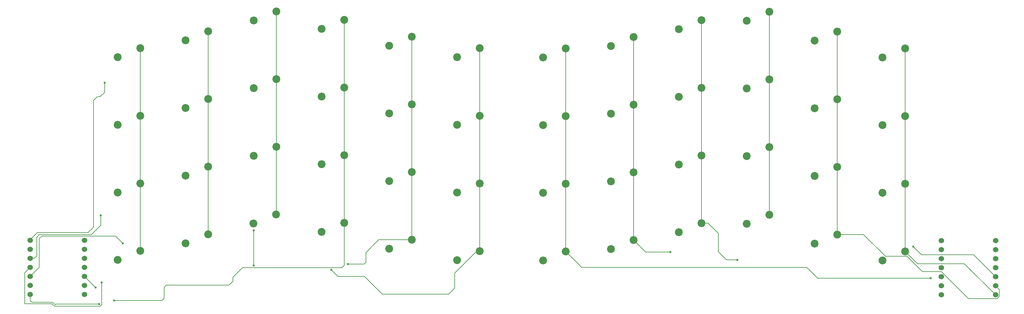
<source format=gbr>
%TF.GenerationSoftware,KiCad,Pcbnew,9.0.7*%
%TF.CreationDate,2026-02-10T15:30:13+05:30*%
%TF.ProjectId,Tao Te Ching,54616f20-5465-4204-9368-696e672e6b69,rev?*%
%TF.SameCoordinates,Original*%
%TF.FileFunction,Copper,L2,Bot*%
%TF.FilePolarity,Positive*%
%FSLAX46Y46*%
G04 Gerber Fmt 4.6, Leading zero omitted, Abs format (unit mm)*
G04 Created by KiCad (PCBNEW 9.0.7) date 2026-02-10 15:30:13*
%MOMM*%
%LPD*%
G01*
G04 APERTURE LIST*
%TA.AperFunction,ComponentPad*%
%ADD10C,2.200000*%
%TD*%
%TA.AperFunction,ComponentPad*%
%ADD11C,1.524000*%
%TD*%
%TA.AperFunction,ViaPad*%
%ADD12C,0.600000*%
%TD*%
%TA.AperFunction,Conductor*%
%ADD13C,0.200000*%
%TD*%
G04 APERTURE END LIST*
D10*
%TO.P,SW17,1,1*%
%TO.N,Col4*%
X239693750Y-94825000D03*
%TO.P,SW17,2,2*%
%TO.N,Net-(D17-A)*%
X233343750Y-97365000D03*
%TD*%
%TO.P,SW30,1,1*%
%TO.N,Col7*%
X63215000Y-75685000D03*
%TO.P,SW30,2,2*%
%TO.N,Net-(D30-A)*%
X56865000Y-78225000D03*
%TD*%
%TO.P,SW38,1,1*%
%TO.N,Col9*%
X101345000Y-72512500D03*
%TO.P,SW38,2,2*%
%TO.N,Net-(D38-A)*%
X94995000Y-75052500D03*
%TD*%
%TO.P,SW12,1,1*%
%TO.N,Col5*%
X258743750Y-80527500D03*
%TO.P,SW12,2,2*%
%TO.N,Net-(D12-A)*%
X252393750Y-83067500D03*
%TD*%
%TO.P,SW33,1,1*%
%TO.N,Col8*%
X82285000Y-51073750D03*
%TO.P,SW33,2,2*%
%TO.N,Net-(D33-A)*%
X75935000Y-53613750D03*
%TD*%
%TO.P,SW23,1,1*%
%TO.N,Col4*%
X239693750Y-113865000D03*
%TO.P,SW23,2,2*%
%TO.N,Net-(D23-A)*%
X233343750Y-116405000D03*
%TD*%
D11*
%TO.P,U1,1,P0.02_AIN0_LOW_A0_D0*%
%TO.N,Row0*%
X268883750Y-115590000D03*
%TO.P,U1,2,P0.03_AIN1_LOW_A1_D1*%
%TO.N,Row1*%
X268883750Y-118130000D03*
%TO.P,U1,3,P0.28_AIN4_LOW_A2_D2*%
%TO.N,Row2*%
X268883750Y-120670000D03*
%TO.P,U1,4,P0.29_AIN5_LOW_A3_D3*%
%TO.N,Row3*%
X268883750Y-123210000D03*
%TO.P,U1,5,P0.04_AIN2_A4_D4*%
%TO.N,Col0*%
X268883750Y-125750000D03*
%TO.P,U1,6,P0.05_AIN3_A5_D5*%
%TO.N,Col1*%
X268883750Y-128290000D03*
%TO.P,U1,7,P1.11_TX_D6*%
%TO.N,Col2*%
X268883750Y-130830000D03*
%TO.P,U1,8,P1.12_RX_D7*%
%TO.N,Col5*%
X284123750Y-130830000D03*
%TO.P,U1,9,P1.13_SCK_D8*%
%TO.N,Col4*%
X284123750Y-128290000D03*
%TO.P,U1,10,P1.14_MISO_D9*%
%TO.N,Col3*%
X284123750Y-125750000D03*
%TO.P,U1,11,P1.15_MOSI_D10*%
%TO.N,unconnected-(U1-P1.15_MOSI_D10-Pad11)*%
X284123750Y-123210000D03*
%TO.P,U1,12,3V3*%
%TO.N,unconnected-(U1-3V3-Pad12)_1*%
X284123750Y-120670000D03*
%TO.P,U1,13,GND*%
%TO.N,unconnected-(U1-GND-Pad13)*%
X284123750Y-118130000D03*
%TO.P,U1,14,VBUS*%
%TO.N,unconnected-(U1-VBUS-Pad14)*%
X284123750Y-115590000D03*
%TD*%
D10*
%TO.P,SW46,1,1*%
%TO.N,Col11*%
X139410000Y-80450000D03*
%TO.P,SW46,2,2*%
%TO.N,Net-(D46-A)*%
X133060000Y-82990000D03*
%TD*%
%TO.P,SW28,1,1*%
%TO.N,Col6*%
X44160000Y-118502500D03*
%TO.P,SW28,2,2*%
%TO.N,Net-(D28-A)*%
X37810000Y-121042500D03*
%TD*%
%TO.P,SW45,1,1*%
%TO.N,Col11*%
X139410000Y-61400000D03*
%TO.P,SW45,2,2*%
%TO.N,Net-(D45-A)*%
X133060000Y-63940000D03*
%TD*%
%TO.P,SW13,1,1*%
%TO.N,Col0*%
X163493750Y-99577500D03*
%TO.P,SW13,2,2*%
%TO.N,Net-(D13-A)*%
X157143750Y-102117500D03*
%TD*%
%TO.P,SW24,1,1*%
%TO.N,Col5*%
X258743750Y-118627500D03*
%TO.P,SW24,2,2*%
%TO.N,Net-(D24-A)*%
X252393750Y-121167500D03*
%TD*%
%TO.P,SW44,1,1*%
%TO.N,Col10*%
X120360000Y-115375000D03*
%TO.P,SW44,2,2*%
%TO.N,Net-(D44-A)*%
X114010000Y-117915000D03*
%TD*%
%TO.P,SW35,1,1*%
%TO.N,Col8*%
X82280000Y-89181250D03*
%TO.P,SW35,2,2*%
%TO.N,Net-(D35-A)*%
X75930000Y-91721250D03*
%TD*%
%TO.P,SW2,1,1*%
%TO.N,Col1*%
X182543750Y-58302500D03*
%TO.P,SW2,2,2*%
%TO.N,Net-(D2-A)*%
X176193750Y-60842500D03*
%TD*%
%TO.P,SW42,1,1*%
%TO.N,Col10*%
X120360000Y-77275000D03*
%TO.P,SW42,2,2*%
%TO.N,Net-(D42-A)*%
X114010000Y-79815000D03*
%TD*%
%TO.P,SW20,1,1*%
%TO.N,Col1*%
X182543750Y-115452500D03*
%TO.P,SW20,2,2*%
%TO.N,Net-(D20-A)*%
X176193750Y-117992500D03*
%TD*%
%TO.P,SW22,1,1*%
%TO.N,Col3*%
X220643750Y-108308750D03*
%TO.P,SW22,2,2*%
%TO.N,Net-(D22-A)*%
X214293750Y-110848750D03*
%TD*%
%TO.P,SW43,1,1*%
%TO.N,Col10*%
X120360000Y-96325000D03*
%TO.P,SW43,2,2*%
%TO.N,Net-(D43-A)*%
X114010000Y-98865000D03*
%TD*%
%TO.P,SW11,1,1*%
%TO.N,Col4*%
X239693750Y-75765000D03*
%TO.P,SW11,2,2*%
%TO.N,Net-(D11-A)*%
X233343750Y-78305000D03*
%TD*%
%TO.P,SW4,1,1*%
%TO.N,Col3*%
X220643750Y-51158750D03*
%TO.P,SW4,2,2*%
%TO.N,Net-(D4-A)*%
X214293750Y-53698750D03*
%TD*%
%TO.P,SW47,1,1*%
%TO.N,Col11*%
X139410000Y-99500000D03*
%TO.P,SW47,2,2*%
%TO.N,Net-(D47-A)*%
X133060000Y-102040000D03*
%TD*%
%TO.P,SW36,1,1*%
%TO.N,Col8*%
X82260000Y-108231250D03*
%TO.P,SW36,2,2*%
%TO.N,Net-(D36-A)*%
X75910000Y-110771250D03*
%TD*%
%TO.P,SW9,1,1*%
%TO.N,Col2*%
X201593750Y-72590000D03*
%TO.P,SW9,2,2*%
%TO.N,Net-(D9-A)*%
X195243750Y-75130000D03*
%TD*%
%TO.P,SW41,1,1*%
%TO.N,Col10*%
X120360000Y-58225000D03*
%TO.P,SW41,2,2*%
%TO.N,Net-(D41-A)*%
X114010000Y-60765000D03*
%TD*%
%TO.P,SW26,1,1*%
%TO.N,Col6*%
X44165000Y-80450000D03*
%TO.P,SW26,2,2*%
%TO.N,Net-(D26-A)*%
X37815000Y-82990000D03*
%TD*%
%TO.P,SW39,1,1*%
%TO.N,Col9*%
X101345000Y-91562500D03*
%TO.P,SW39,2,2*%
%TO.N,Net-(D39-A)*%
X94995000Y-94102500D03*
%TD*%
%TO.P,SW48,1,1*%
%TO.N,Col11*%
X139410000Y-118550000D03*
%TO.P,SW48,2,2*%
%TO.N,Net-(D48-A)*%
X133060000Y-121090000D03*
%TD*%
%TO.P,SW18,1,1*%
%TO.N,Col5*%
X258743750Y-99577500D03*
%TO.P,SW18,2,2*%
%TO.N,Net-(D18-A)*%
X252393750Y-102117500D03*
%TD*%
%TO.P,SW6,1,1*%
%TO.N,Col5*%
X258743750Y-61477500D03*
%TO.P,SW6,2,2*%
%TO.N,Net-(D6-A)*%
X252393750Y-64017500D03*
%TD*%
D11*
%TO.P,U2,1,P0.02_AIN0_LOW_A0_D0*%
%TO.N,Row4*%
X13203750Y-115533750D03*
%TO.P,U2,2,P0.03_AIN1_LOW_A1_D1*%
%TO.N,Row5*%
X13203750Y-118073750D03*
%TO.P,U2,3,P0.28_AIN4_LOW_A2_D2*%
%TO.N,Row6*%
X13203750Y-120613750D03*
%TO.P,U2,4,P0.29_AIN5_LOW_A3_D3*%
%TO.N,Row7*%
X13203750Y-123153750D03*
%TO.P,U2,5,P0.04_AIN2_A4_D4*%
%TO.N,Col6*%
X13203750Y-125693750D03*
%TO.P,U2,6,P0.05_AIN3_A5_D5*%
%TO.N,Col7*%
X13203750Y-128233750D03*
%TO.P,U2,7,P1.11_TX_D6*%
%TO.N,Col8*%
X13203750Y-130773750D03*
%TO.P,U2,8,P1.12_RX_D7*%
%TO.N,Col9*%
X28443750Y-130773750D03*
%TO.P,U2,9,P1.13_SCK_D8*%
%TO.N,Col10*%
X28443750Y-128233750D03*
%TO.P,U2,10,P1.14_MISO_D9*%
%TO.N,Col11*%
X28443750Y-125693750D03*
%TO.P,U2,11,P1.15_MOSI_D10*%
%TO.N,unconnected-(U2-P1.15_MOSI_D10-Pad11)*%
X28443750Y-123153750D03*
%TO.P,U2,12,3V3*%
%TO.N,unconnected-(U2-3V3-Pad12)_1*%
X28443750Y-120613750D03*
%TO.P,U2,13,GND*%
%TO.N,unconnected-(U2-GND-Pad13)_1*%
X28443750Y-118073750D03*
%TO.P,U2,14,VBUS*%
%TO.N,unconnected-(U2-VBUS-Pad14)_1*%
X28443750Y-115533750D03*
%TD*%
D10*
%TO.P,SW7,1,1*%
%TO.N,Col0*%
X163493750Y-80527500D03*
%TO.P,SW7,2,2*%
%TO.N,Net-(D7-A)*%
X157143750Y-83067500D03*
%TD*%
%TO.P,SW15,1,1*%
%TO.N,Col2*%
X201593750Y-91640000D03*
%TO.P,SW15,2,2*%
%TO.N,Net-(D15-A)*%
X195243750Y-94180000D03*
%TD*%
%TO.P,SW1,1,1*%
%TO.N,Col0*%
X163493750Y-61477500D03*
%TO.P,SW1,2,2*%
%TO.N,Net-(D1-A)*%
X157143750Y-64017500D03*
%TD*%
%TO.P,SW5,1,1*%
%TO.N,Col4*%
X239693750Y-56715000D03*
%TO.P,SW5,2,2*%
%TO.N,Net-(D5-A)*%
X233343750Y-59255000D03*
%TD*%
%TO.P,SW27,1,1*%
%TO.N,Col6*%
X44165000Y-99500000D03*
%TO.P,SW27,2,2*%
%TO.N,Net-(D27-A)*%
X37815000Y-102040000D03*
%TD*%
%TO.P,SW8,1,1*%
%TO.N,Col1*%
X182543750Y-77352500D03*
%TO.P,SW8,2,2*%
%TO.N,Net-(D8-A)*%
X176193750Y-79892500D03*
%TD*%
%TO.P,SW31,1,1*%
%TO.N,Col7*%
X63215000Y-94735000D03*
%TO.P,SW31,2,2*%
%TO.N,Net-(D31-A)*%
X56865000Y-97275000D03*
%TD*%
%TO.P,SW21,1,1*%
%TO.N,Col2*%
X201593750Y-110690000D03*
%TO.P,SW21,2,2*%
%TO.N,Net-(D21-A)*%
X195243750Y-113230000D03*
%TD*%
%TO.P,SW40,1,1*%
%TO.N,Col9*%
X101345000Y-110590000D03*
%TO.P,SW40,2,2*%
%TO.N,Net-(D40-A)*%
X94995000Y-113130000D03*
%TD*%
%TO.P,SW16,1,1*%
%TO.N,Col3*%
X220643750Y-89258750D03*
%TO.P,SW16,2,2*%
%TO.N,Net-(D16-A)*%
X214293750Y-91798750D03*
%TD*%
%TO.P,SW37,1,1*%
%TO.N,Col9*%
X101345000Y-53462500D03*
%TO.P,SW37,2,2*%
%TO.N,Net-(D37-A)*%
X94995000Y-56002500D03*
%TD*%
%TO.P,SW14,1,1*%
%TO.N,Col1*%
X182543750Y-96402500D03*
%TO.P,SW14,2,2*%
%TO.N,Net-(D14-A)*%
X176193750Y-98942500D03*
%TD*%
%TO.P,SW29,1,1*%
%TO.N,Col7*%
X63215000Y-56635000D03*
%TO.P,SW29,2,2*%
%TO.N,Net-(D29-A)*%
X56865000Y-59175000D03*
%TD*%
%TO.P,SW10,1,1*%
%TO.N,Col3*%
X220643750Y-70208750D03*
%TO.P,SW10,2,2*%
%TO.N,Net-(D10-A)*%
X214293750Y-72748750D03*
%TD*%
%TO.P,SW32,1,1*%
%TO.N,Col7*%
X63215000Y-113785000D03*
%TO.P,SW32,2,2*%
%TO.N,Net-(D32-A)*%
X56865000Y-116325000D03*
%TD*%
%TO.P,SW3,1,1*%
%TO.N,Col2*%
X201593750Y-53540000D03*
%TO.P,SW3,2,2*%
%TO.N,Net-(D3-A)*%
X195243750Y-56080000D03*
%TD*%
%TO.P,SW34,1,1*%
%TO.N,Col8*%
X82280000Y-70131250D03*
%TO.P,SW34,2,2*%
%TO.N,Net-(D34-A)*%
X75930000Y-72671250D03*
%TD*%
%TO.P,SW25,1,1*%
%TO.N,Col6*%
X44165000Y-61400000D03*
%TO.P,SW25,2,2*%
%TO.N,Net-(D25-A)*%
X37815000Y-63940000D03*
%TD*%
%TO.P,SW19,1,1*%
%TO.N,Col0*%
X163493750Y-118627500D03*
%TO.P,SW19,2,2*%
%TO.N,Net-(D19-A)*%
X157143750Y-121167500D03*
%TD*%
D12*
%TO.N,Row4*%
X34100000Y-71100000D03*
%TO.N,Row6*%
X33000000Y-108500000D03*
%TO.N,Row7*%
X33250000Y-127350000D03*
%TO.N,Col0*%
X265963640Y-126143640D03*
%TO.N,Col1*%
X192860000Y-118813750D03*
%TO.N,Col2*%
X211690000Y-121010000D03*
%TO.N,Col3*%
X261010000Y-117250000D03*
%TO.N,Col6*%
X39200000Y-116350000D03*
%TO.N,Col8*%
X76000000Y-122600000D03*
X76000000Y-112700000D03*
X32629985Y-133421485D03*
%TO.N,Col9*%
X36800000Y-132400000D03*
%TO.N,Col10*%
X102400000Y-122200000D03*
%TO.N,Col11*%
X97700000Y-123801000D03*
X31600000Y-128833750D03*
%TD*%
D13*
%TO.N,Row4*%
X32100000Y-75050000D02*
X31044750Y-76105250D01*
X31044750Y-111816364D02*
X30284560Y-112576554D01*
X34100000Y-73850000D02*
X32900000Y-75050000D01*
X29500000Y-113300000D02*
X15250000Y-113300000D01*
X34100000Y-71100000D02*
X34100000Y-73850000D01*
X15250000Y-113300000D02*
X13203750Y-115346250D01*
X31044750Y-76105250D02*
X31044750Y-111816364D01*
X13203750Y-115346250D02*
X13203750Y-115533750D01*
X30223446Y-112576554D02*
X29500000Y-113300000D01*
X30284560Y-112576554D02*
X30223446Y-112576554D01*
X32900000Y-75050000D02*
X32100000Y-75050000D01*
%TO.N,Row6*%
X15050000Y-119900000D02*
X14336250Y-120613750D01*
X15800000Y-113900000D02*
X15050000Y-114650000D01*
X33000000Y-108500000D02*
X33000000Y-111270000D01*
X14336250Y-120613750D02*
X13203750Y-120613750D01*
X33000000Y-111270000D02*
X30370000Y-113900000D01*
X15050000Y-114650000D02*
X15050000Y-119900000D01*
X30370000Y-113900000D02*
X15800000Y-113900000D01*
%TO.N,Row7*%
X20050000Y-134041500D02*
X19358500Y-133350000D01*
X33250000Y-127350000D02*
X33250000Y-133650000D01*
X11700000Y-133350000D02*
X11700000Y-124657500D01*
X32858500Y-134041500D02*
X20050000Y-134041500D01*
X19358500Y-133350000D02*
X11700000Y-133350000D01*
X33250000Y-133650000D02*
X32858500Y-134041500D01*
X11700000Y-124657500D02*
X13203750Y-123153750D01*
%TO.N,Col0*%
X234240170Y-126143640D02*
X231186530Y-123090000D01*
X163493750Y-118627500D02*
X163493750Y-99577500D01*
X167956250Y-123090000D02*
X163493750Y-118627500D01*
X163493750Y-118627500D02*
X163493750Y-61477500D01*
X231186530Y-123090000D02*
X167956250Y-123090000D01*
X265963640Y-126143640D02*
X234240170Y-126143640D01*
%TO.N,Col1*%
X182543750Y-58302500D02*
X182543750Y-115452500D01*
X185905000Y-118813750D02*
X182543750Y-115452500D01*
X182543750Y-115452500D02*
X182543750Y-96402500D01*
X192860000Y-118813750D02*
X185905000Y-118813750D01*
%TO.N,Col2*%
X203490000Y-110690000D02*
X206340000Y-113540000D01*
X201593750Y-110690000D02*
X203490000Y-110690000D01*
X206340000Y-113540000D02*
X206340000Y-118680000D01*
X206340000Y-118680000D02*
X208670000Y-121010000D01*
X208670000Y-121010000D02*
X211690000Y-121010000D01*
X201593750Y-110690000D02*
X201593750Y-53540000D01*
X201593750Y-110690000D02*
X201593750Y-91640000D01*
%TO.N,Col3*%
X220643750Y-108308750D02*
X220643750Y-89258750D01*
X220643750Y-51158750D02*
X220643750Y-108308750D01*
X277953750Y-119580000D02*
X263340000Y-119580000D01*
X284123750Y-125750000D02*
X277953750Y-119580000D01*
X263340000Y-119580000D02*
X261010000Y-117250000D01*
%TO.N,Col4*%
X239693750Y-113865000D02*
X239693750Y-94825000D01*
X259303220Y-120028500D02*
X253236064Y-120028500D01*
X247072564Y-113865000D02*
X239693750Y-113865000D01*
X276530060Y-131893000D02*
X268910060Y-124273000D01*
X284564060Y-131893000D02*
X276530060Y-131893000D01*
X268910060Y-124273000D02*
X263547720Y-124273000D01*
X239693750Y-113865000D02*
X239693750Y-56715000D01*
X285186750Y-131270310D02*
X284564060Y-131893000D01*
X285186750Y-129353000D02*
X285186750Y-131270310D01*
X263547720Y-124273000D02*
X259303220Y-120028500D01*
X284123750Y-128290000D02*
X285186750Y-129353000D01*
X253236064Y-120028500D02*
X247072564Y-113865000D01*
%TO.N,Col5*%
X275373750Y-122080000D02*
X262196250Y-122080000D01*
X258743750Y-118627500D02*
X258743750Y-99577500D01*
X284123750Y-130830000D02*
X275373750Y-122080000D01*
X258743750Y-61477500D02*
X258743750Y-118627500D01*
X262196250Y-122080000D02*
X258743750Y-118627500D01*
%TO.N,Col6*%
X16500000Y-114300000D02*
X15800000Y-115000000D01*
X15800000Y-115000000D02*
X15800000Y-123097500D01*
X44165000Y-118497500D02*
X44160000Y-118502500D01*
X44165000Y-61400000D02*
X44165000Y-118497500D01*
X15800000Y-123097500D02*
X13203750Y-125693750D01*
X16501000Y-114301000D02*
X16500000Y-114300000D01*
X39200000Y-116350000D02*
X37151000Y-114301000D01*
X37151000Y-114301000D02*
X16501000Y-114301000D01*
%TO.N,Col7*%
X63215000Y-113785000D02*
X63215000Y-56635000D01*
%TO.N,Col8*%
X19524600Y-132949000D02*
X20216100Y-133640500D01*
X82285000Y-51073750D02*
X82285000Y-108206250D01*
X13203750Y-132452750D02*
X13700000Y-132949000D01*
X13700000Y-132949000D02*
X19524600Y-132949000D01*
X76000000Y-122600000D02*
X76000000Y-112700000D01*
X82285000Y-108206250D02*
X82260000Y-108231250D01*
X13203750Y-130773750D02*
X13203750Y-132452750D01*
X20435115Y-133421485D02*
X32629985Y-133421485D01*
X20216100Y-133640500D02*
X20435115Y-133421485D01*
%TO.N,Col9*%
X69000000Y-128150000D02*
X51450000Y-128150000D01*
X70150000Y-125919735D02*
X70150000Y-127000000D01*
X100649000Y-123201000D02*
X72868735Y-123201000D01*
X72868735Y-123201000D02*
X70150000Y-125919735D01*
X70150000Y-127000000D02*
X69000000Y-128150000D01*
X101345000Y-110590000D02*
X101345000Y-122505000D01*
X50800000Y-128800000D02*
X50800000Y-131850000D01*
X50800000Y-131850000D02*
X50250000Y-132400000D01*
X101345000Y-110590000D02*
X101345000Y-53462500D01*
X50250000Y-132400000D02*
X36800000Y-132400000D01*
X51450000Y-128150000D02*
X50800000Y-128800000D01*
X101345000Y-122505000D02*
X100649000Y-123201000D01*
%TO.N,Col10*%
X107450000Y-118950000D02*
X107450000Y-121150000D01*
X120360000Y-58225000D02*
X120360000Y-115375000D01*
X107450000Y-121150000D02*
X107450000Y-121700000D01*
X107450000Y-121700000D02*
X106950000Y-122200000D01*
X111025000Y-115375000D02*
X107450000Y-118950000D01*
X106950000Y-122200000D02*
X102400000Y-122200000D01*
X120360000Y-115375000D02*
X111025000Y-115375000D01*
%TO.N,Col11*%
X100500000Y-125650000D02*
X99549000Y-125650000D01*
X139410000Y-118550000D02*
X138568470Y-118550000D01*
X112000000Y-130650000D02*
X111000000Y-129650000D01*
X107000000Y-125650000D02*
X100500000Y-125650000D01*
X132350000Y-124768470D02*
X132350000Y-128950000D01*
X111000000Y-129650000D02*
X107000000Y-125650000D01*
X132350000Y-128950000D02*
X130650000Y-130650000D01*
X127950000Y-130650000D02*
X112000000Y-130650000D01*
X31600000Y-128833750D02*
X31583750Y-128833750D01*
X99549000Y-125650000D02*
X97700000Y-123801000D01*
X138568470Y-118550000D02*
X132350000Y-124768470D01*
X130650000Y-130650000D02*
X127950000Y-130650000D01*
X31583750Y-128833750D02*
X28443750Y-125693750D01*
X139410000Y-118550000D02*
X139410000Y-61400000D01*
%TD*%
M02*

</source>
